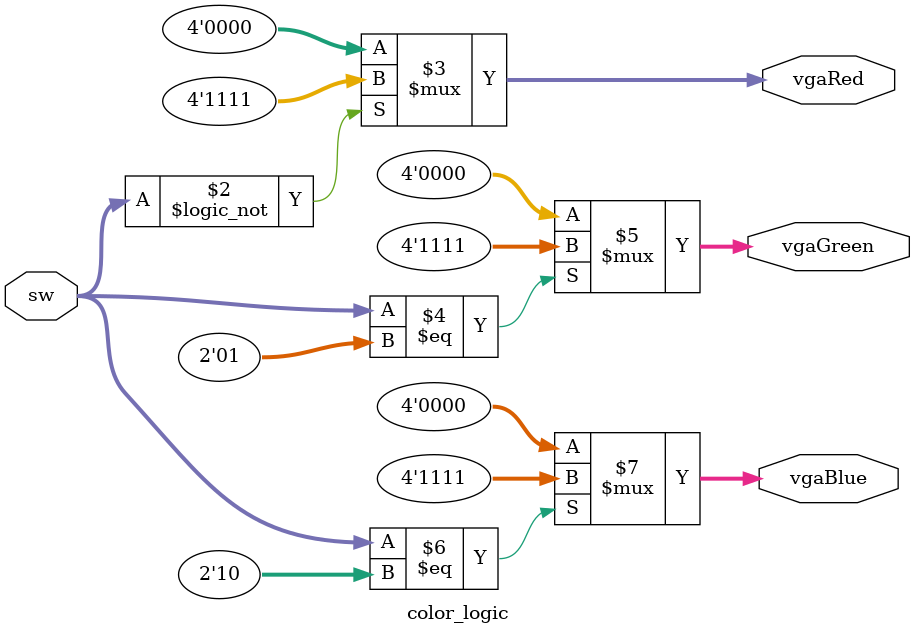
<source format=v>
`timescale 1ns / 1ps


module color_logic(
    input [1:0] sw,
    output reg [3:0] vgaRed,
    output reg [3:0] vgaBlue,
    output reg [3:0] vgaGreen 
    );
    always @ (sw)
    begin
        vgaRed = (sw == 2'b00) ? 4'b1111 : 4'b0000;
        vgaGreen = (sw == 2'b01) ? 4'b1111 : 4'b0000;
        vgaBlue = (sw == 2'b10) ? 4'b1111 : 4'b0000;
    end
    
endmodule

</source>
